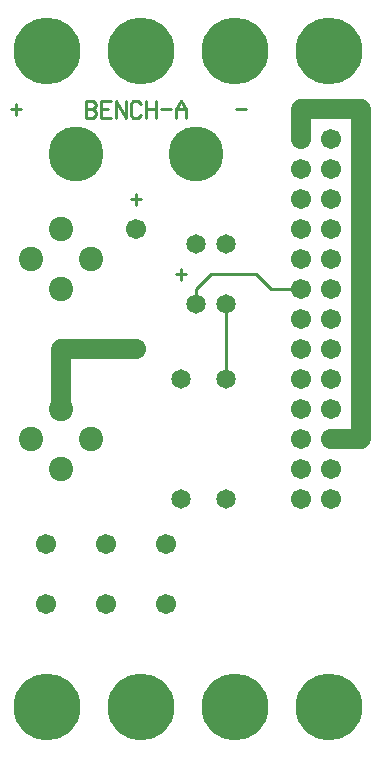
<source format=gtl>
%MOIN*%
%FSLAX25Y25*%
G04 D10 used for Character Trace; *
G04     Circle (OD=.01000) (No hole)*
G04 D11 used for Power Trace; *
G04     Circle (OD=.06700) (No hole)*
G04 D12 used for Signal Trace; *
G04     Circle (OD=.01100) (No hole)*
G04 D13 used for Via; *
G04     Circle (OD=.05800) (Round. Hole ID=.02800)*
G04 D14 used for Component hole; *
G04     Circle (OD=.06500) (Round. Hole ID=.03500)*
G04 D15 used for Component hole; *
G04     Circle (OD=.06700) (Round. Hole ID=.04300)*
G04 D16 used for Component hole; *
G04     Circle (OD=.08100) (Round. Hole ID=.05100)*
G04 D17 used for Component hole; *
G04     Circle (OD=.08900) (Round. Hole ID=.05900)*
G04 D18 used for Component hole; *
G04     Circle (OD=.11300) (Round. Hole ID=.08300)*
G04 D19 used for Component hole; *
G04     Circle (OD=.16000) (Round. Hole ID=.13000)*
G04 D20 used for Component hole; *
G04     Circle (OD=.18300) (Round. Hole ID=.15300)*
G04 D21 used for Component hole; *
G04     Circle (OD=.22291) (Round. Hole ID=.19291)*
%ADD10C,.01000*%
%ADD11C,.06700*%
%ADD12C,.01100*%
%ADD13C,.05800*%
%ADD14C,.06500*%
%ADD15C,.06700*%
%ADD16C,.08100*%
%ADD17C,.08900*%
%ADD18C,.11300*%
%ADD19C,.16000*%
%ADD20C,.18300*%
%ADD21C,.22291*%
%IPPOS*%
%LPD*%
G90*X0Y0D02*D21*X15625Y15625D03*X46875D03*D15*    
X35000Y50000D03*X15000D03*X55000D03*Y70000D03*    
X35000D03*X15000D03*D21*X78125Y15625D03*D14*      
X75000Y85000D03*X60000D03*D16*X20000Y95000D03*D15*
X100000Y85000D03*Y95000D03*Y105000D03*D16*        
X30000D03*X10000D03*D21*X109375Y15625D03*D15*     
X110000Y85000D03*Y95000D03*Y105000D03*D11*        
X120000D01*Y215000D01*X100000D01*Y205000D01*D15*  
D03*X110000Y195000D03*Y205000D03*                 
X100000Y195000D03*D10*X78326Y215000D02*X81674D01* 
D15*X100000Y185000D03*X110000D03*D21*             
X109375Y234375D03*D15*X100000Y175000D03*          
X110000D03*D21*X78125Y234375D03*D14*              
X65000Y170000D03*X75000D03*D20*X65000Y200000D03*  
D15*X100000Y165000D03*X110000D03*D10*             
X58326Y160000D02*X61674D01*X60000Y161914D02*      
Y158086D01*D12*X65000Y155000D02*X70000Y160000D01* 
X65000Y150000D02*Y155000D01*D14*Y150000D03*D12*   
X70000Y160000D02*X85000D01*X90000Y155000D01*      
X100000D01*D15*D03*X110000Y145000D03*Y155000D03*  
X100000Y145000D03*Y135000D03*X110000D03*D14*      
X75000Y150000D03*D12*Y125000D01*D14*D03*X60000D03*
D15*X100000Y115000D03*Y125000D03*X45000Y135000D03*
D11*X20000D01*Y115000D01*D16*D03*Y155000D03*      
X30000Y165000D03*X10000D03*D15*X45000Y175000D03*  
D16*X20000D03*D10*X43326Y185000D02*X46674D01*     
X45000Y186914D02*Y183086D01*D20*X25000Y200000D03* 
D15*X110000Y115000D03*Y125000D03*D10*             
X28326Y212129D02*Y217871D01*X30837D01*            
X31674Y216914D01*Y215957D01*X30837Y215000D01*     
X31674Y214043D01*Y213086D01*X30837Y212129D01*     
X28326D01*Y215000D02*X30837D01*X36674Y212129D02*  
X33326D01*Y217871D01*X36674D01*X33326Y215000D02*  
X35837D01*X38326Y212129D02*Y217871D01*            
X41674Y212129D01*Y217871D01*X46674Y213086D02*     
X45837Y212129D01*X44163D01*X43326Y213086D01*      
Y216914D01*X44163Y217871D01*X45837D01*            
X46674Y216914D01*X48326Y212129D02*Y217871D01*     
X51674Y212129D02*Y217871D01*X48326Y215000D02*     
X51674D01*X53326D02*X56674D01*X58326Y212129D02*   
Y215000D01*X60000Y217871D01*X61674Y215000D01*     
Y212129D01*X58326Y215000D02*X61674D01*X3326D02*   
X6674D01*X5000Y216914D02*Y213086D01*D21*          
X46875Y234375D03*X15625D03*M02*                   

</source>
